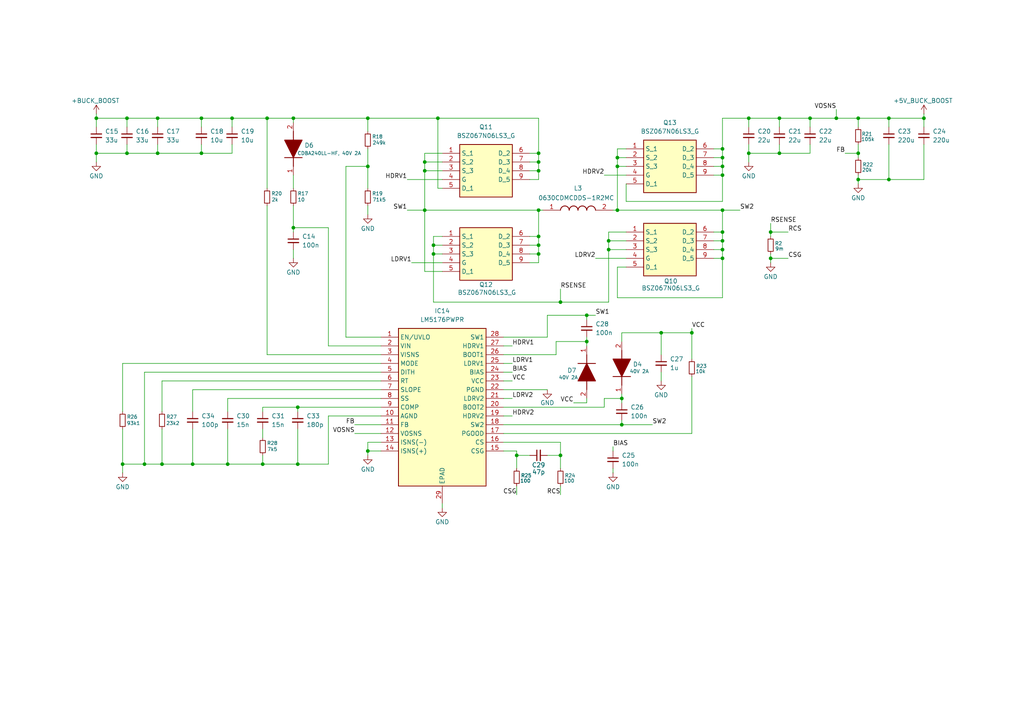
<source format=kicad_sch>
(kicad_sch (version 20250114) (generator "eeschema") (generator_version "9.0")
  (paper "A4")
  (title_block (title "HEDGE2 EPS") (date "2025-10-13") (rev "V0.8") (company "University of Virginia") (comment 1 "Department of Mechanical and Aerospace Engineering") (comment 2 "Edison Wong"))
  (lib_symbols
    (symbol "Device:C_Small" (pin_numbers (hide yes)) (pin_names (offset 0.254) (hide yes))
      (property "Reference" "C" (at 0.254 1.778 0))
      (property "Value" "C_Small" (at 0.254 -2.032 0))
      (symbol "C_Small_0_1"
        (polyline (pts (xy -1.524 0.508) (xy 1.524 0.508)) (stroke (width 0.3048)))
        (polyline (pts (xy -1.524 -0.508) (xy 1.524 -0.508)) (stroke (width 0.3302)))
      )
      (symbol "C_Small_1_1"
        (pin passive line (at 0 2.54 270) (length 2.032) (name "~") (number "1"))
        (pin passive line (at 0 -2.54 90) (length 2.032) (name "~") (number "2"))
      )
    )
    (symbol "Device:R_Small" (pin_numbers (hide yes)) (pin_names (offset 0.254) (hide yes))
      (property "Reference" "R" (at 0 0 90))
      (property "Value" "R_Small" (at 1.778 0 90))
      (symbol "R_Small_0_1"
        (rectangle (start -0.762 1.778) (end 0.762 -1.778) (stroke (width 0.2032)))
      )
      (symbol "R_Small_1_1"
        (pin passive line (at 0 2.54 270) (length 0.762) (name "~") (number "1"))
        (pin passive line (at 0 -2.54 90) (length 0.762) (name "~") (number "2"))
      )
    )
    (symbol "HEDGE2:0630CDMCDDS-1R2MC" (pin_names (hide yes))
      (property "Reference" "L" (at 16.51 6.35 0))
      (property "Value" "0630CDMCDDS-1R2MC" (at 16.51 3.81 0))
      (symbol "0630CDMCDDS-1R2MC_1_1"
        (arc (start 5.08 0) (mid 6.35 1.219) (end 7.62 0) (stroke (width 0.254)))
        (arc (start 7.62 0) (mid 8.89 1.219) (end 10.16 0) (stroke (width 0.254)))
        (arc (start 10.16 0) (mid 11.43 1.219) (end 12.7 0) (stroke (width 0.254)))
        (arc (start 12.7 0) (mid 13.97 1.219) (end 15.24 0) (stroke (width 0.254)))
        (pin passive line (at 0 0 0) (length 5.08) (name "1") (number "1"))
        (pin passive line (at 20.32 0 180) (length 5.08) (name "2") (number "2"))
      )
    )
    (symbol "HEDGE2:BSZ067N06LS3_G"
      (property "Reference" "Q" (at 21.59 7.62 0))
      (property "Value" "BSZ067N06LS3_G" (at 21.59 5.08 0))
      (symbol "BSZ067N06LS3_G_1_1"
        (rectangle (start 5.08 2.54) (end 20.32 -12.7) (stroke (width 0.254)) (fill (type background)))
        (pin passive line (at 0 0 0) (length 5.08) (name "S_1") (number "1"))
        (pin passive line (at 0 -2.54 0) (length 5.08) (name "S_2") (number "2"))
        (pin passive line (at 0 -5.08 0) (length 5.08) (name "S_3") (number "3"))
        (pin passive line (at 0 -7.62 0) (length 5.08) (name "G") (number "4"))
        (pin passive line (at 0 -10.16 0) (length 5.08) (name "D_1") (number "5"))
        (pin passive line (at 25.4 0 180) (length 5.08) (name "D_2") (number "6"))
        (pin passive line (at 25.4 -2.54 180) (length 5.08) (name "D_3") (number "7"))
        (pin passive line (at 25.4 -5.08 180) (length 5.08) (name "D_4") (number "8"))
        (pin passive line (at 25.4 -7.62 180) (length 5.08) (name "D_5") (number "9"))
      )
    )
    (symbol "HEDGE2:CDBA240LL-HF" (pin_names (hide yes))
      (property "Reference" "D" (at 11.43 5.08 0))
      (property "Value" "CDBA240LL-HF" (at 11.43 2.54 0))
      (symbol "CDBA240LL-HF_1_1"
        (polyline (pts (xy 2.54 0) (xy 5.08 0)) (stroke (width 0.254)))
        (polyline (pts (xy 5.08 2.54) (xy 5.08 -2.54)) (stroke (width 0.254)))
        (polyline (pts (xy 5.08 0) (xy 10.16 2.54) (xy 10.16 -2.54) (xy 5.08 0)) (stroke (width 0.254)) (fill (type outline)))
        (polyline (pts (xy 10.16 0) (xy 12.7 0)) (stroke (width 0.254)))
        (pin passive line (at 0 0 0) (length 2.54) (name "K") (number "1"))
        (pin passive line (at 15.24 0 180) (length 2.54) (name "A") (number "2"))
      )
    )
    (symbol "HEDGE2:LM5176PWPR"
      (property "Reference" "IC" (at 31.75 7.62 0))
      (property "Value" "LM5176PWPR" (at 31.75 5.08 0))
      (symbol "LM5176PWPR_1_1"
        (rectangle (start 5.08 2.54) (end 30.48 -43.18) (stroke (width 0.254)) (fill (type background)))
        (pin passive line (at 0 0 0) (length 5.08) (name "EN/UVLO") (number "1"))
        (pin passive line (at 0 -2.54 0) (length 5.08) (name "VIN") (number "2"))
        (pin passive line (at 0 -5.08 0) (length 5.08) (name "VISNS") (number "3"))
        (pin passive line (at 0 -7.62 0) (length 5.08) (name "MODE") (number "4"))
        (pin passive line (at 0 -10.16 0) (length 5.08) (name "DITH") (number "5"))
        (pin passive line (at 0 -12.7 0) (length 5.08) (name "RT") (number "6"))
        (pin passive line (at 0 -15.24 0) (length 5.08) (name "SLOPE") (number "7"))
        (pin passive line (at 0 -17.78 0) (length 5.08) (name "SS") (number "8"))
        (pin passive line (at 0 -20.32 0) (length 5.08) (name "COMP") (number "9"))
        (pin passive line (at 0 -22.86 0) (length 5.08) (name "AGND") (number "10"))
        (pin passive line (at 0 -25.4 0) (length 5.08) (name "FB") (number "11"))
        (pin passive line (at 0 -27.94 0) (length 5.08) (name "VOSNS") (number "12"))
        (pin passive line (at 0 -30.48 0) (length 5.08) (name "ISNS(-)") (number "13"))
        (pin passive line (at 0 -33.02 0) (length 5.08) (name "ISNS(+)") (number "14"))
        (pin passive line (at 17.78 -48.26 90) (length 5.08) (name "EPAD") (number "29"))
        (pin passive line (at 35.56 0 180) (length 5.08) (name "SW1") (number "28"))
        (pin passive line (at 35.56 -2.54 180) (length 5.08) (name "HDRV1") (number "27"))
        (pin passive line (at 35.56 -5.08 180) (length 5.08) (name "BOOT1") (number "26"))
        (pin passive line (at 35.56 -7.62 180) (length 5.08) (name "LDRV1") (number "25"))
        (pin passive line (at 35.56 -10.16 180) (length 5.08) (name "BIAS") (number "24"))
        (pin passive line (at 35.56 -12.7 180) (length 5.08) (name "VCC") (number "23"))
        (pin passive line (at 35.56 -15.24 180) (length 5.08) (name "PGND") (number "22"))
        (pin passive line (at 35.56 -17.78 180) (length 5.08) (name "LDRV2") (number "21"))
        (pin passive line (at 35.56 -20.32 180) (length 5.08) (name "BOOT2") (number "20"))
        (pin passive line (at 35.56 -22.86 180) (length 5.08) (name "HDRV2") (number "19"))
        (pin passive line (at 35.56 -25.4 180) (length 5.08) (name "SW2") (number "18"))
        (pin passive line (at 35.56 -27.94 180) (length 5.08) (name "PGOOD") (number "17"))
        (pin passive line (at 35.56 -30.48 180) (length 5.08) (name "CS") (number "16"))
        (pin passive line (at 35.56 -33.02 180) (length 5.08) (name "CSG") (number "15"))
      )
    )
    (symbol "power:+12V" (power) (pin_numbers (hide yes)) (pin_names (offset 0) (hide yes))
      (property "Value" "+12V" (at 0 3.556 0))
      (symbol "+12V_0_1"
        (polyline (pts (xy -0.762 1.27) (xy 0 2.54)))
        (polyline (pts (xy 0 2.54) (xy 0.762 1.27)))
        (polyline (pts (xy 0 0) (xy 0 2.54)))
      )
      (symbol "+12V_1_1"
        (pin power_in line (at 0 0 90) (length 0) (name "~") (number "1"))
      )
    )
    (symbol "power:GND" (power) (pin_numbers (hide yes)) (pin_names (offset 0) (hide yes))
      (property "Value" "GND" (at 0 -3.81 0))
      (symbol "GND_0_1"
        (polyline (pts (xy 0 0) (xy 0 -1.27) (xy 1.27 -1.27) (xy 0 -2.54) (xy -1.27 -1.27) (xy 0 -1.27)))
      )
      (symbol "GND_1_1"
        (pin power_in line (at 0 0 270) (length 0) (name "~") (number "1"))
      )
    )
  )
  (junction (at 36.83 44.45))
  (junction (at 66.04 134.62))
  (junction (at 85.09 66.04))
  (junction (at 170.18 91.44))
  (junction (at 86.36 134.62))
  (junction (at 209.55 43.18))
  (junction (at 226.06 34.29))
  (junction (at 248.92 34.29))
  (junction (at 46.99 134.62))
  (junction (at 217.17 44.45))
  (junction (at 45.72 34.29))
  (junction (at 149.86 132.08))
  (junction (at 234.95 34.29))
  (junction (at 41.91 134.62))
  (junction (at 125.73 73.66))
  (junction (at 209.55 72.39))
  (junction (at 123.19 46.99))
  (junction (at 179.07 45.72))
  (junction (at 127 34.29))
  (junction (at 125.73 71.12))
  (junction (at 106.68 34.29))
  (junction (at 179.07 60.96))
  (junction (at 223.52 74.93))
  (junction (at 248.92 44.45))
  (junction (at 36.83 34.29))
  (junction (at 76.2 134.62))
  (junction (at 77.47 34.29))
  (junction (at 67.31 34.29))
  (junction (at 257.81 52.07))
  (junction (at 156.21 49.53))
  (junction (at 267.97 34.29))
  (junction (at 257.81 34.29))
  (junction (at 106.68 48.26))
  (junction (at 223.52 67.31))
  (junction (at 209.55 60.96))
  (junction (at 217.17 34.29))
  (junction (at 209.55 50.8))
  (junction (at 35.56 134.62))
  (junction (at 176.53 69.85))
  (junction (at 209.55 69.85))
  (junction (at 162.56 132.08))
  (junction (at 106.68 130.81))
  (junction (at 180.34 123.19))
  (junction (at 85.09 34.29))
  (junction (at 248.92 52.07))
  (junction (at 58.42 44.45))
  (junction (at 176.53 72.39))
  (junction (at 55.88 134.62))
  (junction (at 226.06 44.45))
  (junction (at 123.19 60.96))
  (junction (at 86.36 118.11))
  (junction (at 156.21 44.45))
  (junction (at 209.55 74.93))
  (junction (at 209.55 67.31))
  (junction (at 156.21 68.58))
  (junction (at 58.42 34.29))
  (junction (at 27.94 34.29))
  (junction (at 209.55 45.72))
  (junction (at 123.19 49.53))
  (junction (at 209.55 48.26))
  (junction (at 170.18 99.06))
  (junction (at 162.56 87.63))
  (junction (at 180.34 115.57))
  (junction (at 27.94 44.45))
  (junction (at 45.72 44.45))
  (junction (at 242.57 34.29))
  (junction (at 156.21 73.66))
  (junction (at 156.21 60.96))
  (junction (at 156.21 46.99))
  (junction (at 156.21 71.12))
  (junction (at 200.66 96.52))
  (junction (at 179.07 48.26))
  (junction (at 191.77 96.52))
  (wire (pts (xy 127 34.29) (xy 156.21 34.29)))
  (wire (pts (xy 146.05 102.87) (xy 161.29 102.87)))
  (wire (pts (xy 209.55 50.8) (xy 209.55 58.42)))
  (wire (pts (xy 123.19 78.74) (xy 128.27 78.74)))
  (wire (pts (xy 209.55 43.18) (xy 209.55 45.72)))
  (wire (pts (xy 85.09 59.69) (xy 85.09 66.04)))
  (wire (pts (xy 209.55 60.96) (xy 214.63 60.96)))
  (wire (pts (xy 175.26 115.57) (xy 180.34 115.57)))
  (wire (pts (xy 156.21 34.29) (xy 156.21 44.45)))
  (wire (pts (xy 35.56 124.46) (xy 35.56 134.62)))
  (wire (pts (xy 123.19 44.45) (xy 128.27 44.45)))
  (wire (pts (xy 158.75 91.44) (xy 158.75 97.79)))
  (wire (pts (xy 128.27 146.05) (xy 128.27 147.32)))
  (wire (pts (xy 162.56 83.82) (xy 162.56 87.63)))
  (wire (pts (xy 166.37 116.84) (xy 170.18 116.84)))
  (wire (pts (xy 158.75 132.08) (xy 162.56 132.08)))
  (wire (pts (xy 35.56 105.41) (xy 110.49 105.41)))
  (wire (pts (xy 86.36 118.11) (xy 86.36 119.38)))
  (wire (pts (xy 153.67 46.99) (xy 156.21 46.99)))
  (wire (pts (xy 123.19 49.53) (xy 128.27 49.53)))
  (wire (pts (xy 106.68 34.29) (xy 106.68 38.1)))
  (wire (pts (xy 123.19 60.96) (xy 123.19 78.74)))
  (wire (pts (xy 55.88 113.03) (xy 55.88 119.38)))
  (wire (pts (xy 156.21 52.07) (xy 156.21 49.53)))
  (wire (pts (xy 67.31 34.29) (xy 67.31 36.83)))
  (wire (pts (xy 46.99 124.46) (xy 46.99 134.62)))
  (wire (pts (xy 209.55 45.72) (xy 209.55 48.26)))
  (wire (pts (xy 128.27 54.61) (xy 127 54.61)))
  (wire (pts (xy 179.07 43.18) (xy 179.07 45.72)))
  (wire (pts (xy 156.21 68.58) (xy 156.21 71.12)))
  (wire (pts (xy 181.61 43.18) (xy 179.07 43.18)))
  (wire (pts (xy 58.42 34.29) (xy 58.42 36.83)))
  (wire (pts (xy 58.42 34.29) (xy 67.31 34.29)))
  (wire (pts (xy 267.97 36.83) (xy 267.97 34.29)))
  (wire (pts (xy 146.05 118.11) (xy 175.26 118.11)))
  (wire (pts (xy 172.72 74.93) (xy 181.61 74.93)))
  (wire (pts (xy 170.18 115.57) (xy 170.18 116.84)))
  (wire (pts (xy 156.21 49.53) (xy 153.67 49.53)))
  (wire (pts (xy 207.01 45.72) (xy 209.55 45.72)))
  (wire (pts (xy 106.68 48.26) (xy 106.68 54.61)))
  (wire (pts (xy 223.52 74.93) (xy 223.52 76.2)))
  (wire (pts (xy 267.97 34.29) (xy 257.81 34.29)))
  (wire (pts (xy 248.92 50.8) (xy 248.92 52.07)))
  (wire (pts (xy 200.66 96.52) (xy 191.77 96.52)))
  (wire (pts (xy 180.34 99.06) (xy 180.34 96.52)))
  (wire (pts (xy 176.53 67.31) (xy 181.61 67.31)))
  (wire (pts (xy 146.05 107.95) (xy 148.59 107.95)))
  (wire (pts (xy 180.34 123.19) (xy 189.23 123.19)))
  (wire (pts (xy 223.52 67.31) (xy 228.6 67.31)))
  (wire (pts (xy 170.18 91.44) (xy 172.72 91.44)))
  (wire (pts (xy 181.61 48.26) (xy 179.07 48.26)))
  (wire (pts (xy 200.66 104.14) (xy 200.66 96.52)))
  (wire (pts (xy 209.55 74.93) (xy 209.55 72.39)))
  (wire (pts (xy 191.77 96.52) (xy 191.77 102.87)))
  (wire (pts (xy 146.05 113.03) (xy 158.75 113.03)))
  (wire (pts (xy 58.42 44.45) (xy 67.31 44.45)))
  (wire (pts (xy 156.21 44.45) (xy 156.21 46.99)))
  (wire (pts (xy 223.52 64.77) (xy 223.52 67.31)))
  (wire (pts (xy 207.01 74.93) (xy 209.55 74.93)))
  (wire (pts (xy 123.19 46.99) (xy 123.19 49.53)))
  (wire (pts (xy 158.75 91.44) (xy 170.18 91.44)))
  (wire (pts (xy 181.61 58.42) (xy 209.55 58.42)))
  (wire (pts (xy 46.99 110.49) (xy 46.99 119.38)))
  (wire (pts (xy 170.18 91.44) (xy 170.18 92.71)))
  (wire (pts (xy 234.95 44.45) (xy 226.06 44.45)))
  (wire (pts (xy 248.92 44.45) (xy 248.92 45.72)))
  (wire (pts (xy 125.73 71.12) (xy 128.27 71.12)))
  (wire (pts (xy 128.27 73.66) (xy 125.73 73.66)))
  (wire (pts (xy 207.01 67.31) (xy 209.55 67.31)))
  (wire (pts (xy 176.53 69.85) (xy 181.61 69.85)))
  (wire (pts (xy 245.11 44.45) (xy 248.92 44.45)))
  (wire (pts (xy 153.67 52.07) (xy 156.21 52.07)))
  (wire (pts (xy 95.25 66.04) (xy 95.25 100.33)))
  (wire (pts (xy 127 54.61) (xy 127 34.29)))
  (wire (pts (xy 85.09 66.04) (xy 85.09 67.31)))
  (wire (pts (xy 217.17 34.29) (xy 226.06 34.29)))
  (wire (pts (xy 58.42 44.45) (xy 58.42 41.91)))
  (wire (pts (xy 36.83 34.29) (xy 36.83 36.83)))
  (wire (pts (xy 146.05 125.73) (xy 200.66 125.73)))
  (wire (pts (xy 207.01 69.85) (xy 209.55 69.85)))
  (wire (pts (xy 217.17 36.83) (xy 217.17 34.29)))
  (wire (pts (xy 36.83 34.29) (xy 45.72 34.29)))
  (wire (pts (xy 170.18 99.06) (xy 170.18 100.33)))
  (wire (pts (xy 181.61 53.34) (xy 181.61 58.42)))
  (wire (pts (xy 180.34 96.52) (xy 191.77 96.52)))
  (wire (pts (xy 146.05 115.57) (xy 148.59 115.57)))
  (wire (pts (xy 123.19 46.99) (xy 128.27 46.99)))
  (wire (pts (xy 248.92 34.29) (xy 257.81 34.29)))
  (wire (pts (xy 86.36 124.46) (xy 86.36 134.62)))
  (wire (pts (xy 153.67 68.58) (xy 156.21 68.58)))
  (wire (pts (xy 27.94 34.29) (xy 27.94 36.83)))
  (wire (pts (xy 209.55 60.96) (xy 209.55 67.31)))
  (wire (pts (xy 156.21 60.96) (xy 157.48 60.96)))
  (wire (pts (xy 209.55 86.36) (xy 209.55 74.93)))
  (wire (pts (xy 181.61 77.47) (xy 179.07 77.47)))
  (wire (pts (xy 217.17 41.91) (xy 217.17 44.45)))
  (wire (pts (xy 234.95 36.83) (xy 234.95 34.29)))
  (wire (pts (xy 200.66 109.22) (xy 200.66 125.73)))
  (wire (pts (xy 156.21 76.2) (xy 156.21 73.66)))
  (wire (pts (xy 86.36 118.11) (xy 76.2 118.11)))
  (wire (pts (xy 248.92 52.07) (xy 248.92 53.34)))
  (wire (pts (xy 146.05 123.19) (xy 180.34 123.19)))
  (wire (pts (xy 179.07 45.72) (xy 181.61 45.72)))
  (wire (pts (xy 85.09 34.29) (xy 85.09 35.56)))
  (wire (pts (xy 209.55 72.39) (xy 209.55 69.85)))
  (wire (pts (xy 123.19 44.45) (xy 123.19 46.99)))
  (wire (pts (xy 156.21 60.96) (xy 156.21 68.58)))
  (wire (pts (xy 234.95 34.29) (xy 242.57 34.29)))
  (wire (pts (xy 76.2 132.08) (xy 76.2 134.62)))
  (wire (pts (xy 77.47 34.29) (xy 77.47 54.61)))
  (wire (pts (xy 209.55 67.31) (xy 209.55 69.85)))
  (wire (pts (xy 27.94 44.45) (xy 36.83 44.45)))
  (wire (pts (xy 102.87 123.19) (xy 110.49 123.19)))
  (wire (pts (xy 209.55 43.18) (xy 209.55 34.29)))
  (wire (pts (xy 95.25 120.65) (xy 95.25 134.62)))
  (wire (pts (xy 179.07 60.96) (xy 209.55 60.96)))
  (wire (pts (xy 106.68 34.29) (xy 127 34.29)))
  (wire (pts (xy 180.34 121.92) (xy 180.34 123.19)))
  (wire (pts (xy 119.38 76.2) (xy 128.27 76.2)))
  (wire (pts (xy 161.29 99.06) (xy 170.18 99.06)))
  (wire (pts (xy 149.86 140.97) (xy 149.86 143.51)))
  (wire (pts (xy 156.21 71.12) (xy 156.21 73.66)))
  (wire (pts (xy 85.09 66.04) (xy 95.25 66.04)))
  (wire (pts (xy 179.07 77.47) (xy 179.07 86.36)))
  (wire (pts (xy 257.81 36.83) (xy 257.81 34.29)))
  (wire (pts (xy 77.47 59.69) (xy 77.47 102.87)))
  (wire (pts (xy 177.8 60.96) (xy 179.07 60.96)))
  (wire (pts (xy 125.73 87.63) (xy 162.56 87.63)))
  (wire (pts (xy 146.05 100.33) (xy 148.59 100.33)))
  (wire (pts (xy 217.17 44.45) (xy 217.17 46.99)))
  (wire (pts (xy 146.05 120.65) (xy 148.59 120.65)))
  (wire (pts (xy 162.56 140.97) (xy 162.56 143.51)))
  (wire (pts (xy 200.66 95.25) (xy 200.66 96.52)))
  (wire (pts (xy 110.49 128.27) (xy 106.68 128.27)))
  (wire (pts (xy 100.33 97.79) (xy 110.49 97.79)))
  (wire (pts (xy 55.88 124.46) (xy 55.88 134.62)))
  (wire (pts (xy 223.52 67.31) (xy 223.52 68.58)))
  (wire (pts (xy 67.31 34.29) (xy 77.47 34.29)))
  (wire (pts (xy 85.09 72.39) (xy 85.09 74.93)))
  (wire (pts (xy 128.27 68.58) (xy 125.73 68.58)))
  (wire (pts (xy 242.57 31.75) (xy 242.57 34.29)))
  (wire (pts (xy 176.53 72.39) (xy 176.53 69.85)))
  (wire (pts (xy 106.68 130.81) (xy 106.68 132.08)))
  (wire (pts (xy 102.87 125.73) (xy 110.49 125.73)))
  (wire (pts (xy 125.73 68.58) (xy 125.73 71.12)))
  (wire (pts (xy 177.8 135.89) (xy 177.8 137.16)))
  (wire (pts (xy 95.25 100.33) (xy 110.49 100.33)))
  (wire (pts (xy 149.86 132.08) (xy 153.67 132.08)))
  (wire (pts (xy 207.01 50.8) (xy 209.55 50.8)))
  (wire (pts (xy 162.56 128.27) (xy 162.56 132.08)))
  (wire (pts (xy 161.29 102.87) (xy 161.29 99.06)))
  (wire (pts (xy 100.33 48.26) (xy 100.33 97.79)))
  (wire (pts (xy 248.92 41.91) (xy 248.92 44.45)))
  (wire (pts (xy 153.67 44.45) (xy 156.21 44.45)))
  (wire (pts (xy 226.06 34.29) (xy 226.06 36.83)))
  (wire (pts (xy 100.33 48.26) (xy 106.68 48.26)))
  (wire (pts (xy 123.19 49.53) (xy 123.19 60.96)))
  (wire (pts (xy 110.49 110.49) (xy 46.99 110.49)))
  (wire (pts (xy 207.01 72.39) (xy 209.55 72.39)))
  (wire (pts (xy 248.92 36.83) (xy 248.92 34.29)))
  (wire (pts (xy 46.99 134.62) (xy 55.88 134.62)))
  (wire (pts (xy 146.05 130.81) (xy 149.86 130.81)))
  (wire (pts (xy 257.81 52.07) (xy 248.92 52.07)))
  (wire (pts (xy 106.68 128.27) (xy 106.68 130.81)))
  (wire (pts (xy 267.97 41.91) (xy 267.97 52.07)))
  (wire (pts (xy 106.68 59.69) (xy 106.68 62.23)))
  (wire (pts (xy 86.36 134.62) (xy 95.25 134.62)))
  (wire (pts (xy 267.97 33.02) (xy 267.97 34.29)))
  (wire (pts (xy 162.56 132.08) (xy 162.56 135.89)))
  (wire (pts (xy 66.04 124.46) (xy 66.04 134.62)))
  (wire (pts (xy 106.68 130.81) (xy 110.49 130.81)))
  (wire (pts (xy 257.81 41.91) (xy 257.81 52.07)))
  (wire (pts (xy 234.95 41.91) (xy 234.95 44.45)))
  (wire (pts (xy 77.47 34.29) (xy 85.09 34.29)))
  (wire (pts (xy 125.73 73.66) (xy 125.73 71.12)))
  (wire (pts (xy 146.05 110.49) (xy 148.59 110.49)))
  (wire (pts (xy 191.77 107.95) (xy 191.77 110.49)))
  (wire (pts (xy 67.31 44.45) (xy 67.31 41.91)))
  (wire (pts (xy 66.04 115.57) (xy 110.49 115.57)))
  (wire (pts (xy 153.67 73.66) (xy 156.21 73.66)))
  (wire (pts (xy 176.53 67.31) (xy 176.53 69.85)))
  (wire (pts (xy 267.97 52.07) (xy 257.81 52.07)))
  (wire (pts (xy 146.05 128.27) (xy 162.56 128.27)))
  (wire (pts (xy 179.07 48.26) (xy 179.07 60.96)))
  (wire (pts (xy 55.88 113.03) (xy 110.49 113.03)))
  (wire (pts (xy 85.09 50.8) (xy 85.09 54.61)))
  (wire (pts (xy 45.72 44.45) (xy 45.72 41.91)))
  (wire (pts (xy 77.47 102.87) (xy 110.49 102.87)))
  (wire (pts (xy 153.67 71.12) (xy 156.21 71.12)))
  (wire (pts (xy 180.34 114.3) (xy 180.34 115.57)))
  (wire (pts (xy 226.06 44.45) (xy 226.06 41.91)))
  (wire (pts (xy 176.53 72.39) (xy 181.61 72.39)))
  (wire (pts (xy 118.11 52.07) (xy 128.27 52.07)))
  (wire (pts (xy 207.01 43.18) (xy 209.55 43.18)))
  (wire (pts (xy 66.04 134.62) (xy 76.2 134.62)))
  (wire (pts (xy 45.72 34.29) (xy 45.72 36.83)))
  (wire (pts (xy 209.55 48.26) (xy 207.01 48.26)))
  (wire (pts (xy 146.05 105.41) (xy 148.59 105.41)))
  (wire (pts (xy 76.2 118.11) (xy 76.2 119.38)))
  (wire (pts (xy 76.2 124.46) (xy 76.2 127)))
  (wire (pts (xy 156.21 46.99) (xy 156.21 49.53)))
  (wire (pts (xy 149.86 132.08) (xy 149.86 135.89)))
  (wire (pts (xy 179.07 86.36) (xy 209.55 86.36)))
  (wire (pts (xy 223.52 74.93) (xy 228.6 74.93)))
  (wire (pts (xy 95.25 120.65) (xy 110.49 120.65)))
  (wire (pts (xy 223.52 73.66) (xy 223.52 74.93)))
  (wire (pts (xy 153.67 76.2) (xy 156.21 76.2)))
  (wire (pts (xy 217.17 44.45) (xy 226.06 44.45)))
  (wire (pts (xy 86.36 118.11) (xy 110.49 118.11)))
  (wire (pts (xy 55.88 134.62) (xy 66.04 134.62)))
  (wire (pts (xy 27.94 41.91) (xy 27.94 44.45)))
  (wire (pts (xy 27.94 34.29) (xy 36.83 34.29)))
  (wire (pts (xy 110.49 107.95) (xy 41.91 107.95)))
  (wire (pts (xy 176.53 87.63) (xy 176.53 72.39)))
  (wire (pts (xy 36.83 44.45) (xy 45.72 44.45)))
  (wire (pts (xy 41.91 134.62) (xy 46.99 134.62)))
  (wire (pts (xy 106.68 43.18) (xy 106.68 48.26)))
  (wire (pts (xy 35.56 134.62) (xy 41.91 134.62)))
  (wire (pts (xy 76.2 134.62) (xy 86.36 134.62)))
  (wire (pts (xy 158.75 97.79) (xy 146.05 97.79)))
  (wire (pts (xy 149.86 130.81) (xy 149.86 132.08)))
  (wire (pts (xy 85.09 34.29) (xy 106.68 34.29)))
  (wire (pts (xy 242.57 34.29) (xy 248.92 34.29)))
  (wire (pts (xy 180.34 115.57) (xy 180.34 116.84)))
  (wire (pts (xy 170.18 97.79) (xy 170.18 99.06)))
  (wire (pts (xy 45.72 44.45) (xy 58.42 44.45)))
  (wire (pts (xy 41.91 107.95) (xy 41.91 134.62)))
  (wire (pts (xy 123.19 60.96) (xy 156.21 60.96)))
  (wire (pts (xy 209.55 48.26) (xy 209.55 50.8)))
  (wire (pts (xy 118.11 60.96) (xy 123.19 60.96)))
  (wire (pts (xy 45.72 34.29) (xy 58.42 34.29)))
  (wire (pts (xy 35.56 119.38) (xy 35.56 105.41)))
  (wire (pts (xy 179.07 45.72) (xy 179.07 48.26)))
  (wire (pts (xy 66.04 115.57) (xy 66.04 119.38)))
  (wire (pts (xy 125.73 73.66) (xy 125.73 87.63)))
  (wire (pts (xy 209.55 34.29) (xy 217.17 34.29)))
  (wire (pts (xy 35.56 134.62) (xy 35.56 137.16)))
  (wire (pts (xy 27.94 44.45) (xy 27.94 46.99)))
  (wire (pts (xy 162.56 87.63) (xy 176.53 87.63)))
  (wire (pts (xy 175.26 50.8) (xy 181.61 50.8)))
  (wire (pts (xy 27.94 33.02) (xy 27.94 34.29)))
  (wire (pts (xy 177.8 129.54) (xy 177.8 130.81)))
  (wire (pts (xy 36.83 44.45) (xy 36.83 41.91)))
  (wire (pts (xy 226.06 34.29) (xy 234.95 34.29)))
  (wire (pts (xy 175.26 118.11) (xy 175.26 115.57)))
  (label "VCC" (at 166.37 116.84 180))
  (label "SW1" (at 172.72 91.44 0))
  (label "SW2" (at 214.63 60.96 0))
  (label "SW1" (at 118.11 60.96 180))
  (label "LDRV1" (at 148.59 105.41 0))
  (label "VOSNS" (at 242.57 31.75 180))
  (label "SW2" (at 189.23 123.19 0))
  (label "VCC" (at 148.59 110.49 0))
  (label "CSG" (at 149.86 143.51 180))
  (label "LDRV2" (at 148.59 115.57 0))
  (label "RCS" (at 162.56 143.51 180))
  (label "CSG" (at 228.6 74.93 0))
  (label "RSENSE" (at 162.56 83.82 0))
  (label "BIAS" (at 177.8 129.54 0))
  (label "RCS" (at 228.6 67.31 0))
  (label "BIAS" (at 148.59 107.95 0))
  (label "FB" (at 102.87 123.19 180))
  (label "VOSNS" (at 102.87 125.73 180))
  (label "HDRV1" (at 148.59 100.33 0))
  (label "LDRV1" (at 119.38 76.2 180))
  (label "HDRV2" (at 148.59 120.65 0))
  (label "LDRV2" (at 172.72 74.93 180))
  (label "FB" (at 245.11 44.45 180))
  (label "HDRV2" (at 175.26 50.8 180))
  (label "HDRV1" (at 118.11 52.07 180))
  (label "RSENSE" (at 223.52 64.77 0))
  (label "VCC" (at 200.66 95.25 0))
  (symbol (lib_id "Device:C_Small") (at 226.06 39.37 0) (unit 1)
    (property "Reference" "C21" (at 228.6 38.1062 0) (effects (justify left)))
    (property "Value" "22u" (at 228.6 40.6462 0) (effects (justify left)))
    (property "Description" "Unpolarized capacitor, small symbol" (effects (hide yes)))
  )
  (symbol (lib_id "Device:C_Small") (at 234.95 39.37 0) (unit 1)
    (property "Reference" "C22" (at 237.49 38.1062 0) (effects (justify left)))
    (property "Value" "22u" (at 237.49 40.6462 0) (effects (justify left)))
    (property "Description" "Unpolarized capacitor, small symbol" (effects (hide yes)))
  )
  (symbol (lib_id "power:GND") (at 27.94 46.99 0) (unit 1)
    (property "Reference" "#PWR051" (effects (hide yes)))
    (property "Value" "GND" (at 27.94 51.054 0))
    (property "Description" "Power symbol creates a global label with name \"GND\" , ground" (effects (hide yes)))
  )
  (symbol (lib_id "HEDGE2:CDBA240LL-HF") (at 180.34 114.3 90) (unit 1)
    (property "Reference" "D4" (at 184.912 105.664 90))
    (property "Value" "40V 2A" (at 185.42 107.696 90) (effects (font (size 1.016 1.016))))
    (property "Footprint" "DIOM5225X250N" (effects (hide yes)))
    (property "Datasheet" "https://datasheet.datasheetarchive.com/originals/distributors/Datasheets-DGA22/1401764.pdf" (effects (hide yes)))
    (property "Description" "Ultra Low VF SMD Schottky Barrier Rectifiers" (effects (hide yes)))
    (property "Height" "2.5" (effects (hide yes)))
    (property "Manufacturer_Name" "Comchip Technology" (effects (hide yes)))
    (property "Manufacturer_Part_Number" "CDBA240LL-HF" (effects (hide yes)))
    (property "Mouser Part Number" "750-CDBA240LL-HF" (effects (hide yes)))
    (property "Mouser Price/Stock" "https://www.mouser.co.uk/ProductDetail/Comchip-Technology/CDBA240LL-HF?qs=2qJf6qQ4IOK8%252BRkX5aZc7g%3D%3D" (effects (hide yes)))
    (property "Arrow Part Number" "CDBA240LL-HF" (effects (hide yes)))
    (property "Arrow Price/Stock" "https://www.arrow.com/en/products/cdba240ll-hf/comchip-technology?region=nac" (effects (hide yes)))
  )
  (symbol (lib_id "Device:R_Small") (at 35.56 121.92 180) (unit 1)
    (property "Reference" "R26" (at 38.354 120.904 0) (effects (font (size 1.016 1.016))))
    (property "Value" "93k1" (at 38.6999 122.7424 0) (effects (font (size 1.016 1.016))))
    (property "Description" "Resistor, small symbol" (effects (hide yes)))
  )
  (symbol (lib_id "power:GND") (at 248.92 53.34 0) (unit 1)
    (property "Reference" "#PWR038" (effects (hide yes)))
    (property "Value" "GND" (at 248.92 57.404 0))
    (property "Description" "Power symbol creates a global label with name \"GND\" , ground" (effects (hide yes)))
  )
  (symbol (lib_id "power:+12V") (at 27.94 33.02 0) (unit 1)
    (property "Reference" "#PWR052" (effects (hide yes)))
    (property "Value" "+BUCK_BOOST" (at 27.686 29.21 0))
    (property "Description" "Power symbol creates a global label with name \"+12V\"" (effects (hide yes)))
  )
  (symbol (lib_id "power:GND") (at 106.68 62.23 0) (unit 1)
    (property "Reference" "#PWR050" (effects (hide yes)))
    (property "Value" "GND" (at 106.68 66.294 0))
    (property "Description" "Power symbol creates a global label with name \"GND\" , ground" (effects (hide yes)))
  )
  (symbol (lib_id "Device:C_Small") (at 55.88 121.92 0) (unit 1)
    (property "Reference" "C34" (at 58.42 120.6562 0) (effects (justify left)))
    (property "Value" "100p" (at 58.42 123.1962 0) (effects (justify left)))
    (property "Description" "Unpolarized capacitor, small symbol" (effects (hide yes)))
  )
  (symbol (lib_id "Device:R_Small") (at 46.99 121.92 180) (unit 1)
    (property "Reference" "R27" (at 49.784 120.904 0) (effects (font (size 1.016 1.016))))
    (property "Value" "23k2" (at 50.1299 122.7424 0) (effects (font (size 1.016 1.016))))
    (property "Description" "Resistor, small symbol" (effects (hide yes)))
  )
  (symbol (lib_id "HEDGE2:0630CDMCDDS-1R2MC") (at 157.48 60.96 0) (unit 1)
    (property "Reference" "L3" (at 167.64 54.61 0))
    (property "Value" "0630CDMCDDS-1R2MC" (at 167.132 57.404 0))
    (property "Footprint" "INDPM7066X300N" (effects (hide yes)))
    (property "Datasheet" "https://products.sumida.com/products/pdf/0630CDMCDDS.pdf" (effects (hide yes)))
    (property "Description" "Power Inductors - SMD 1.2uH 20% 12mOhms Metal Composite" (effects (hide yes)))
    (property "Height" "3" (effects (hide yes)))
    (property "Manufacturer_Name" "Sumida" (effects (hide yes)))
    (property "Manufacturer_Part_Number" "0630CDMCDDS-1R2MC" (effects (hide yes)))
  )
  (symbol (lib_id "Device:R_Small") (at 76.2 129.54 180) (unit 1)
    (property "Reference" "R28" (at 78.994 128.524 0) (effects (font (size 1.016 1.016))))
    (property "Value" "7k5" (at 78.994 130.302 0) (effects (font (size 1.016 1.016))))
    (property "Description" "Resistor, small symbol" (effects (hide yes)))
  )
  (symbol (lib_id "power:GND") (at 85.09 74.93 0) (unit 1)
    (property "Reference" "#PWR049" (effects (hide yes)))
    (property "Value" "GND" (at 85.09 78.994 0))
    (property "Description" "Power symbol creates a global label with name \"GND\" , ground" (effects (hide yes)))
  )
  (symbol (lib_id "Device:C_Small") (at 267.97 39.37 0) (unit 1)
    (property "Reference" "C24" (at 270.51 38.1062 0) (effects (justify left)))
    (property "Value" "220u" (at 270.51 40.6462 0) (effects (justify left)))
    (property "Description" "Unpolarized capacitor, small symbol" (effects (hide yes)))
  )
  (symbol (lib_id "Device:C_Small") (at 170.18 95.25 0) (unit 1)
    (property "Reference" "C28" (at 172.72 93.9862 0) (effects (justify left)))
    (property "Value" "100n" (at 172.72 96.5262 0) (effects (justify left)))
    (property "Description" "Unpolarized capacitor, small symbol" (effects (hide yes)))
  )
  (symbol (lib_id "Device:C_Small") (at 45.72 39.37 0) (unit 1)
    (property "Reference" "C17" (at 48.26 38.1062 0) (effects (justify left)))
    (property "Value" "33u" (at 48.26 40.6462 0) (effects (justify left)))
    (property "Description" "Unpolarized capacitor, small symbol" (effects (hide yes)))
  )
  (symbol (lib_id "Device:C_Small") (at 86.36 121.92 0) (unit 1)
    (property "Reference" "C33" (at 88.9 120.6562 0) (effects (justify left)))
    (property "Value" "180p" (at 88.9 123.1962 0) (effects (justify left)))
    (property "Description" "Unpolarized capacitor, small symbol" (effects (hide yes)))
  )
  (symbol (lib_id "power:GND") (at 106.68 132.08 0) (unit 1)
    (property "Reference" "#PWR057" (effects (hide yes)))
    (property "Value" "GND" (at 106.68 136.144 0))
    (property "Description" "Power symbol creates a global label with name \"GND\" , ground" (effects (hide yes)))
  )
  (symbol (lib_id "Device:C_Small") (at 180.34 119.38 0) (unit 1)
    (property "Reference" "C26" (at 182.88 118.1162 0) (effects (justify left)))
    (property "Value" "100n" (at 182.88 120.6562 0) (effects (justify left)))
    (property "Description" "Unpolarized capacitor, small symbol" (effects (hide yes)))
  )
  (symbol (lib_id "Device:R_Small") (at 77.47 57.15 180) (unit 1)
    (property "Reference" "R20" (at 80.264 56.134 0) (effects (font (size 1.016 1.016))))
    (property "Value" "2k" (at 79.756 57.912 0) (effects (font (size 1.016 1.016))))
    (property "Description" "Resistor, small symbol" (effects (hide yes)))
  )
  (symbol (lib_id "Device:R_Small") (at 106.68 57.15 180) (unit 1)
    (property "Reference" "R19" (at 109.474 56.134 0) (effects (font (size 1.016 1.016))))
    (property "Value" "71k5" (at 109.982 57.912 0) (effects (font (size 1.016 1.016))))
    (property "Description" "Resistor, small symbol" (effects (hide yes)))
  )
  (symbol (lib_id "power:GND") (at 128.27 147.32 0) (unit 1)
    (property "Reference" "#PWR061" (effects (hide yes)))
    (property "Value" "GND" (at 128.27 151.384 0))
    (property "Description" "Power symbol creates a global label with name \"GND\" , ground" (effects (hide yes)))
  )
  (symbol (lib_id "Device:C_Small") (at 58.42 39.37 0) (unit 1)
    (property "Reference" "C18" (at 60.96 38.1062 0) (effects (justify left)))
    (property "Value" "10u" (at 60.96 40.6462 0) (effects (justify left)))
    (property "Description" "Unpolarized capacitor, small symbol" (effects (hide yes)))
  )
  (symbol (lib_id "Device:C_Small") (at 27.94 39.37 0) (unit 1)
    (property "Reference" "C15" (at 30.48 38.1062 0) (effects (justify left)))
    (property "Value" "33u" (at 30.48 40.6462 0) (effects (justify left)))
    (property "Description" "Unpolarized capacitor, small symbol" (effects (hide yes)))
  )
  (symbol (lib_id "power:+12V") (at 267.97 33.02 0) (unit 1)
    (property "Reference" "#PWR056" (effects (hide yes)))
    (property "Value" "+5V_BUCK_BOOST" (at 267.716 29.21 0))
    (property "Description" "Power symbol creates a global label with name \"+12V\"" (effects (hide yes)))
  )
  (symbol (lib_id "HEDGE2:BSZ067N06LS3_G") (at 181.61 67.31 0) (unit 1)
    (property "Reference" "Q10" (at 194.564 81.534 0))
    (property "Value" "BSZ067N06LS3_G" (at 194.564 83.566 0))
    (property "Footprint" "BSZ067N06LS3G" (effects (hide yes)))
    (property "Datasheet" "https://www.infineon.com/dgdl/Infineon-BSZ067N06LS3%20G-DataSheet-v02_04-EN.pdf?fileId=db3a30431ddc9372011ebb0f41537ff6" (effects (hide yes)))
    (property "Description" "MOSFET N-Ch 60V 20A TSDSON-8 OptiMOS 3" (effects (hide yes)))
    (property "Height" "1" (effects (hide yes)))
    (property "Manufacturer_Name" "Infineon" (effects (hide yes)))
    (property "Manufacturer_Part_Number" "BSZ067N06LS3 G" (effects (hide yes)))
    (property "Mouser Part Number" "726-BSZ067N06LS3G" (effects (hide yes)))
    (property "Mouser Price/Stock" "https://www.mouser.co.uk/ProductDetail/Infineon-Technologies/BSZ067N06LS3-G?qs=wK%252BoHS4yu54ceFePPujzhw%3D%3D" (effects (hide yes)))
  )
  (symbol (lib_id "HEDGE2:BSZ067N06LS3_G") (at 128.27 44.45 0) (unit 1)
    (property "Reference" "Q11" (at 140.97 36.83 0))
    (property "Value" "BSZ067N06LS3_G" (at 140.97 39.37 0))
    (property "Footprint" "BSZ067N06LS3G" (effects (hide yes)))
    (property "Datasheet" "https://www.infineon.com/dgdl/Infineon-BSZ067N06LS3%20G-DataSheet-v02_04-EN.pdf?fileId=db3a30431ddc9372011ebb0f41537ff6" (effects (hide yes)))
    (property "Description" "MOSFET N-Ch 60V 20A TSDSON-8 OptiMOS 3" (effects (hide yes)))
    (property "Height" "1" (effects (hide yes)))
    (property "Manufacturer_Name" "Infineon" (effects (hide yes)))
    (property "Manufacturer_Part_Number" "BSZ067N06LS3 G" (effects (hide yes)))
    (property "Mouser Part Number" "726-BSZ067N06LS3G" (effects (hide yes)))
    (property "Mouser Price/Stock" "https://www.mouser.co.uk/ProductDetail/Infineon-Technologies/BSZ067N06LS3-G?qs=wK%252BoHS4yu54ceFePPujzhw%3D%3D" (effects (hide yes)))
  )
  (symbol (lib_id "Device:R_Small") (at 106.68 40.64 180) (unit 1)
    (property "Reference" "R18" (at 109.474 39.624 0) (effects (font (size 1.016 1.016))))
    (property "Value" "249k" (at 109.982 41.402 0) (effects (font (size 1.016 1.016))))
    (property "Description" "Resistor, small symbol" (effects (hide yes)))
  )
  (symbol (lib_id "power:GND") (at 158.75 113.03 0) (unit 1)
    (property "Reference" "#PWR062" (effects (hide yes)))
    (property "Value" "GND" (at 158.75 116.84 0))
    (property "Description" "Power symbol creates a global label with name \"GND\" , ground" (effects (hide yes)))
  )
  (symbol (lib_id "power:GND") (at 217.17 46.99 0) (unit 1)
    (property "Reference" "#PWR033" (effects (hide yes)))
    (property "Value" "GND" (at 217.17 51.054 0))
    (property "Description" "Power symbol creates a global label with name \"GND\" , ground" (effects (hide yes)))
  )
  (symbol (lib_id "Device:C_Small") (at 156.21 132.08 90) (unit 1)
    (property "Reference" "C29" (at 156.21 134.874 90))
    (property "Value" "47p" (at 156.21 136.906 90))
    (property "Description" "Unpolarized capacitor, small symbol" (effects (hide yes)))
  )
  (symbol (lib_id "HEDGE2:LM5176PWPR") (at 110.49 97.79 0) (unit 1)
    (property "Reference" "IC14" (at 128.27 90.17 0))
    (property "Value" "LM5176PWPR" (at 128.27 92.71 0))
    (property "Footprint" "SOP65P640X120-29N" (effects (hide yes)))
    (property "Datasheet" "http://www.ti.com/lit/gpn/LM5176" (effects (hide yes)))
    (property "Description" "55V wide VIN synchronous 4-switch buck-boost controller" (effects (hide yes)))
    (property "Height" "1.2" (effects (hide yes)))
    (property "Manufacturer_Name" "Texas Instruments" (effects (hide yes)))
    (property "Manufacturer_Part_Number" "LM5176PWPR" (effects (hide yes)))
    (property "Mouser Part Number" "595-LM5176PWPR" (effects (hide yes)))
    (property "Mouser Price/Stock" "https://www.mouser.co.uk/ProductDetail/Texas-Instruments/LM5176PWPR?qs=gt1LBUVyoHk0fvuzFST3Ew%3D%3D" (effects (hide yes)))
    (property "Arrow Part Number" "LM5176PWPR" (effects (hide yes)))
    (property "Arrow Price/Stock" "https://www.arrow.com/en/products/lm5176pwpr/texas-instruments?region=nac" (effects (hide yes)))
  )
  (symbol (lib_id "HEDGE2:CDBA240LL-HF") (at 170.18 100.33 270) (unit 1)
    (property "Reference" "D7" (at 165.862 107.442 90))
    (property "Value" "40V 2A" (at 164.846 109.474 90) (effects (font (size 1.016 1.016))))
    (property "Footprint" "DIOM5225X250N" (effects (hide yes)))
    (property "Datasheet" "https://datasheet.datasheetarchive.com/originals/distributors/Datasheets-DGA22/1401764.pdf" (effects (hide yes)))
    (property "Description" "Ultra Low VF SMD Schottky Barrier Rectifiers" (effects (hide yes)))
    (property "Height" "2.5" (effects (hide yes)))
    (property "Manufacturer_Name" "Comchip Technology" (effects (hide yes)))
    (property "Manufacturer_Part_Number" "CDBA240LL-HF" (effects (hide yes)))
    (property "Mouser Part Number" "750-CDBA240LL-HF" (effects (hide yes)))
    (property "Mouser Price/Stock" "https://www.mouser.co.uk/ProductDetail/Comchip-Technology/CDBA240LL-HF?qs=2qJf6qQ4IOK8%252BRkX5aZc7g%3D%3D" (effects (hide yes)))
    (property "Arrow Part Number" "CDBA240LL-HF" (effects (hide yes)))
    (property "Arrow Price/Stock" "https://www.arrow.com/en/products/cdba240ll-hf/comchip-technology?region=nac" (effects (hide yes)))
  )
  (symbol (lib_id "Device:R_Small") (at 248.92 48.26 0) (unit 1)
    (property "Reference" "R22" (at 251.714 47.752 0) (effects (font (size 1.016 1.016))))
    (property "Value" "20k" (at 251.46 49.276 0) (effects (font (size 1.016 1.016))))
    (property "Description" "Resistor, small symbol" (effects (hide yes)))
  )
  (symbol (lib_id "HEDGE2:BSZ067N06LS3_G") (at 128.27 68.58 0) (unit 1)
    (property "Reference" "Q12" (at 140.97 82.55 0))
    (property "Value" "BSZ067N06LS3_G" (at 141.224 84.836 0))
    (property "Footprint" "BSZ067N06LS3G" (effects (hide yes)))
    (property "Datasheet" "https://www.infineon.com/dgdl/Infineon-BSZ067N06LS3%20G-DataSheet-v02_04-EN.pdf?fileId=db3a30431ddc9372011ebb0f41537ff6" (effects (hide yes)))
    (property "Description" "MOSFET N-Ch 60V 20A TSDSON-8 OptiMOS 3" (effects (hide yes)))
    (property "Height" "1" (effects (hide yes)))
    (property "Manufacturer_Name" "Infineon" (effects (hide yes)))
    (property "Manufacturer_Part_Number" "BSZ067N06LS3 G" (effects (hide yes)))
    (property "Mouser Part Number" "726-BSZ067N06LS3G" (effects (hide yes)))
    (property "Mouser Price/Stock" "https://www.mouser.co.uk/ProductDetail/Infineon-Technologies/BSZ067N06LS3-G?qs=wK%252BoHS4yu54ceFePPujzhw%3D%3D" (effects (hide yes)))
  )
  (symbol (lib_id "Device:R_Small") (at 248.92 39.37 0) (unit 1)
    (property "Reference" "R21" (at 251.46 38.862 0) (effects (font (size 1.016 1.016))))
    (property "Value" "105k" (at 251.714 40.386 0) (effects (font (size 1.016 1.016))))
    (property "Description" "Resistor, small symbol" (effects (hide yes)))
  )
  (symbol (lib_id "Device:C_Small") (at 191.77 105.41 0) (unit 1)
    (property "Reference" "C27" (at 194.31 104.1462 0) (effects (justify left)))
    (property "Value" "1u" (at 194.31 106.6862 0) (effects (justify left)))
    (property "Description" "Unpolarized capacitor, small symbol" (effects (hide yes)))
  )
  (symbol (lib_id "Device:R_Small") (at 162.56 138.43 0) (unit 1)
    (property "Reference" "R24" (at 165.354 137.922 0) (effects (font (size 1.016 1.016))))
    (property "Value" "100" (at 165.1 139.446 0) (effects (font (size 1.016 1.016))))
    (property "Description" "Resistor, small symbol" (effects (hide yes)))
  )
  (symbol (lib_id "Device:C_Small") (at 67.31 39.37 0) (unit 1)
    (property "Reference" "C19" (at 69.85 38.1062 0) (effects (justify left)))
    (property "Value" "10u" (at 69.85 40.6462 0) (effects (justify left)))
    (property "Description" "Unpolarized capacitor, small symbol" (effects (hide yes)))
  )
  (symbol (lib_id "Device:R_Small") (at 200.66 106.68 0) (unit 1)
    (property "Reference" "R23" (at 203.454 106.172 0) (effects (font (size 1.016 1.016))))
    (property "Value" "10k" (at 203.2 107.696 0) (effects (font (size 1.016 1.016))))
    (property "Description" "Resistor, small symbol" (effects (hide yes)))
  )
  (symbol (lib_id "Device:C_Small") (at 257.81 39.37 0) (unit 1)
    (property "Reference" "C23" (at 260.35 38.1062 0) (effects (justify left)))
    (property "Value" "220u" (at 260.35 40.6462 0) (effects (justify left)))
    (property "Description" "Unpolarized capacitor, small symbol" (effects (hide yes)))
  )
  (symbol (lib_id "Device:C_Small") (at 177.8 133.35 0) (unit 1)
    (property "Reference" "C25" (at 180.34 132.0862 0) (effects (justify left)))
    (property "Value" "100n" (at 180.34 134.6262 0) (effects (justify left)))
    (property "Description" "Unpolarized capacitor, small symbol" (effects (hide yes)))
  )
  (symbol (lib_id "Device:C_Small") (at 76.2 121.92 0) (unit 1)
    (property "Reference" "C31" (at 78.74 120.6562 0) (effects (justify left)))
    (property "Value" "15n" (at 78.74 123.1962 0) (effects (justify left)))
    (property "Description" "Unpolarized capacitor, small symbol" (effects (hide yes)))
  )
  (symbol (lib_id "Device:R_Small") (at 149.86 138.43 0) (unit 1)
    (property "Reference" "R25" (at 152.654 137.922 0) (effects (font (size 1.016 1.016))))
    (property "Value" "100" (at 152.4 139.446 0) (effects (font (size 1.016 1.016))))
    (property "Description" "Resistor, small symbol" (effects (hide yes)))
  )
  (symbol (lib_id "power:GND") (at 223.52 76.2 0) (unit 1)
    (property "Reference" "#PWR053" (effects (hide yes)))
    (property "Value" "GND" (at 223.52 80.264 0))
    (property "Description" "Power symbol creates a global label with name \"GND\" , ground" (effects (hide yes)))
  )
  (symbol (lib_id "HEDGE2:BSZ067N06LS3_G") (at 181.61 43.18 0) (unit 1)
    (property "Reference" "Q13" (at 194.31 35.56 0))
    (property "Value" "BSZ067N06LS3_G" (at 194.31 38.1 0))
    (property "Footprint" "BSZ067N06LS3G" (effects (hide yes)))
    (property "Datasheet" "https://www.infineon.com/dgdl/Infineon-BSZ067N06LS3%20G-DataSheet-v02_04-EN.pdf?fileId=db3a30431ddc9372011ebb0f41537ff6" (effects (hide yes)))
    (property "Description" "MOSFET N-Ch 60V 20A TSDSON-8 OptiMOS 3" (effects (hide yes)))
    (property "Height" "1" (effects (hide yes)))
    (property "Manufacturer_Name" "Infineon" (effects (hide yes)))
    (property "Manufacturer_Part_Number" "BSZ067N06LS3 G" (effects (hide yes)))
    (property "Mouser Part Number" "726-BSZ067N06LS3G" (effects (hide yes)))
    (property "Mouser Price/Stock" "https://www.mouser.co.uk/ProductDetail/Infineon-Technologies/BSZ067N06LS3-G?qs=wK%252BoHS4yu54ceFePPujzhw%3D%3D" (effects (hide yes)))
  )
  (symbol (lib_id "Device:C_Small") (at 85.09 69.85 0) (unit 1)
    (property "Reference" "C14" (at 87.63 68.5862 0) (effects (justify left)))
    (property "Value" "100n" (at 87.63 71.1262 0) (effects (justify left)))
    (property "Description" "Unpolarized capacitor, small symbol" (effects (hide yes)))
  )
  (symbol (lib_id "Device:R_Small") (at 223.52 71.12 0) (unit 1)
    (property "Reference" "R2" (at 225.806 70.612 0) (effects (font (size 1.016 1.016))))
    (property "Value" "9m" (at 226.06 72.136 0) (effects (font (size 1.016 1.016))))
    (property "Description" "Resistor, small symbol" (effects (hide yes)))
  )
  (symbol (lib_id "Device:C_Small") (at 66.04 121.92 0) (unit 1)
    (property "Reference" "C30" (at 68.58 120.6562 0) (effects (justify left)))
    (property "Value" "15n" (at 68.58 123.1962 0) (effects (justify left)))
    (property "Description" "Unpolarized capacitor, small symbol" (effects (hide yes)))
  )
  (symbol (lib_id "Device:C_Small") (at 36.83 39.37 0) (unit 1)
    (property "Reference" "C16" (at 39.37 38.1062 0) (effects (justify left)))
    (property "Value" "33u" (at 39.37 40.6462 0) (effects (justify left)))
    (property "Description" "Unpolarized capacitor, small symbol" (effects (hide yes)))
  )
  (symbol (lib_id "Device:R_Small") (at 85.09 57.15 180) (unit 1)
    (property "Reference" "R17" (at 87.884 56.134 0) (effects (font (size 1.016 1.016))))
    (property "Value" "10" (at 87.376 57.912 0) (effects (font (size 1.016 1.016))))
    (property "Description" "Resistor, small symbol" (effects (hide yes)))
  )
  (symbol (lib_id "HEDGE2:CDBA240LL-HF") (at 85.09 50.8 90) (unit 1)
    (property "Reference" "D6" (at 89.662 42.164 90))
    (property "Value" "CDBA240LL-HF, 40V 2A" (at 95.504 44.45 90) (effects (font (size 1.016 1.016))))
    (property "Footprint" "DIOM5225X250N" (effects (hide yes)))
    (property "Datasheet" "https://datasheet.datasheetarchive.com/originals/distributors/Datasheets-DGA22/1401764.pdf" (effects (hide yes)))
    (property "Description" "Ultra Low VF SMD Schottky Barrier Rectifiers" (effects (hide yes)))
    (property "Height" "2.5" (effects (hide yes)))
    (property "Manufacturer_Name" "Comchip Technology" (effects (hide yes)))
    (property "Manufacturer_Part_Number" "CDBA240LL-HF" (effects (hide yes)))
    (property "Mouser Part Number" "750-CDBA240LL-HF" (effects (hide yes)))
    (property "Mouser Price/Stock" "https://www.mouser.co.uk/ProductDetail/Comchip-Technology/CDBA240LL-HF?qs=2qJf6qQ4IOK8%252BRkX5aZc7g%3D%3D" (effects (hide yes)))
    (property "Arrow Part Number" "CDBA240LL-HF" (effects (hide yes)))
    (property "Arrow Price/Stock" "https://www.arrow.com/en/products/cdba240ll-hf/comchip-technology?region=nac" (effects (hide yes)))
  )
  (symbol (lib_id "power:GND") (at 191.77 110.49 0) (unit 1)
    (property "Reference" "#PWR059" (effects (hide yes)))
    (property "Value" "GND" (at 191.77 114.554 0))
    (property "Description" "Power symbol creates a global label with name \"GND\" , ground" (effects (hide yes)))
  )
  (symbol (lib_id "power:GND") (at 35.56 137.16 0) (unit 1)
    (property "Reference" "#PWR060" (effects (hide yes)))
    (property "Value" "GND" (at 35.56 141.224 0))
    (property "Description" "Power symbol creates a global label with name \"GND\" , ground" (effects (hide yes)))
  )
  (symbol (lib_id "Device:C_Small") (at 217.17 39.37 0) (unit 1)
    (property "Reference" "C20" (at 219.71 38.1062 0) (effects (justify left)))
    (property "Value" "22u" (at 219.71 40.6462 0) (effects (justify left)))
    (property "Description" "Unpolarized capacitor, small symbol" (effects (hide yes)))
  )
  (symbol (lib_id "power:GND") (at 177.8 137.16 0) (unit 1)
    (property "Reference" "#PWR058" (effects (hide yes)))
    (property "Value" "GND" (at 177.8 141.224 0))
    (property "Description" "Power symbol creates a global label with name \"GND\" , ground" (effects (hide yes)))
  )
)
</source>
